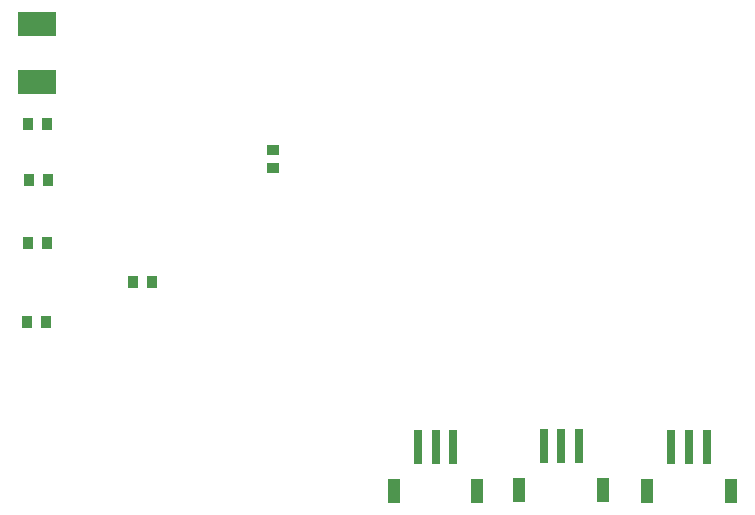
<source format=gbp>
G04*
G04 #@! TF.GenerationSoftware,Altium Limited,Altium Designer,21.2.2 (38)*
G04*
G04 Layer_Color=128*
%FSTAX24Y24*%
%MOIN*%
G70*
G04*
G04 #@! TF.SameCoordinates,CF9AC677-4E03-495D-8773-30470D0FCF73*
G04*
G04*
G04 #@! TF.FilePolarity,Positive*
G04*
G01*
G75*
%ADD21R,0.0394X0.0374*%
%ADD27R,0.0433X0.0787*%
%ADD28R,0.0276X0.1142*%
%ADD29R,0.0374X0.0394*%
%ADD87R,0.1299X0.0787*%
D21*
X019449Y021654D02*
D03*
Y022283D02*
D03*
D27*
X027677Y010945D02*
D03*
X030472D02*
D03*
X023484Y010906D02*
D03*
X02628D02*
D03*
X031929D02*
D03*
X034724D02*
D03*
D28*
X028484Y012402D02*
D03*
X029075Y012402D02*
D03*
X029665D02*
D03*
X024291Y012362D02*
D03*
X024882Y012362D02*
D03*
X025472D02*
D03*
X032736Y012362D02*
D03*
X033327Y012362D02*
D03*
X033917D02*
D03*
D29*
X01189Y016535D02*
D03*
X01126D02*
D03*
X011929Y019173D02*
D03*
X011299D02*
D03*
X015433Y017874D02*
D03*
X014803D02*
D03*
X011968Y02126D02*
D03*
X011339D02*
D03*
X011929Y02315D02*
D03*
X011299D02*
D03*
D87*
X011614Y026476D02*
D03*
Y024547D02*
D03*
M02*

</source>
